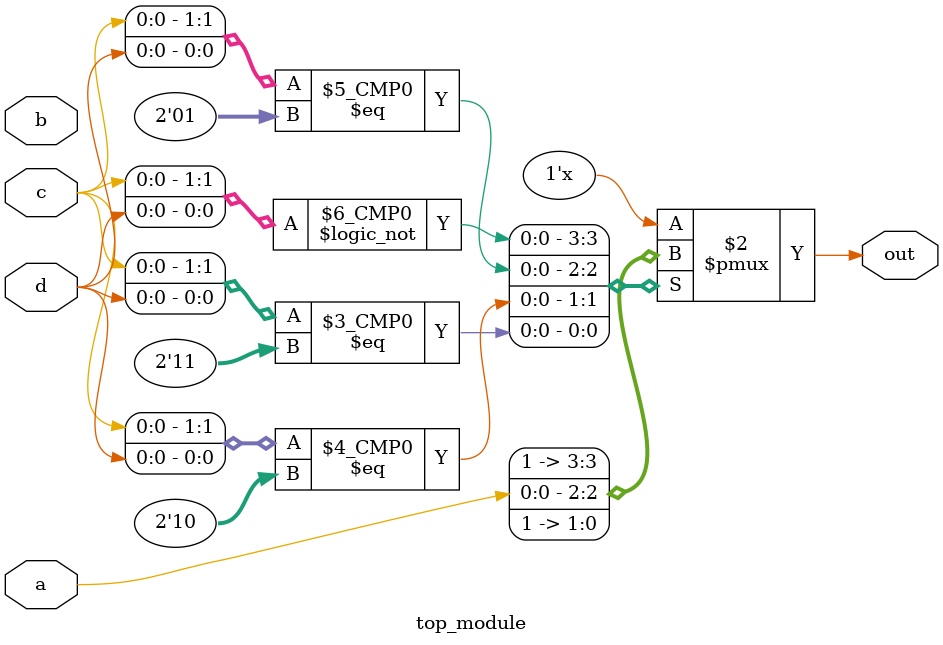
<source format=sv>
module top_module (
	input a, 
	input b,
	input c,
	input d,
	output reg out
);

always @* begin
  case({c,d})
    2'b00: out = 1;
    2'b01: out = a;
    2'b10: out = 1;
    2'b11: out = 1;
  endcase
end

endmodule

</source>
